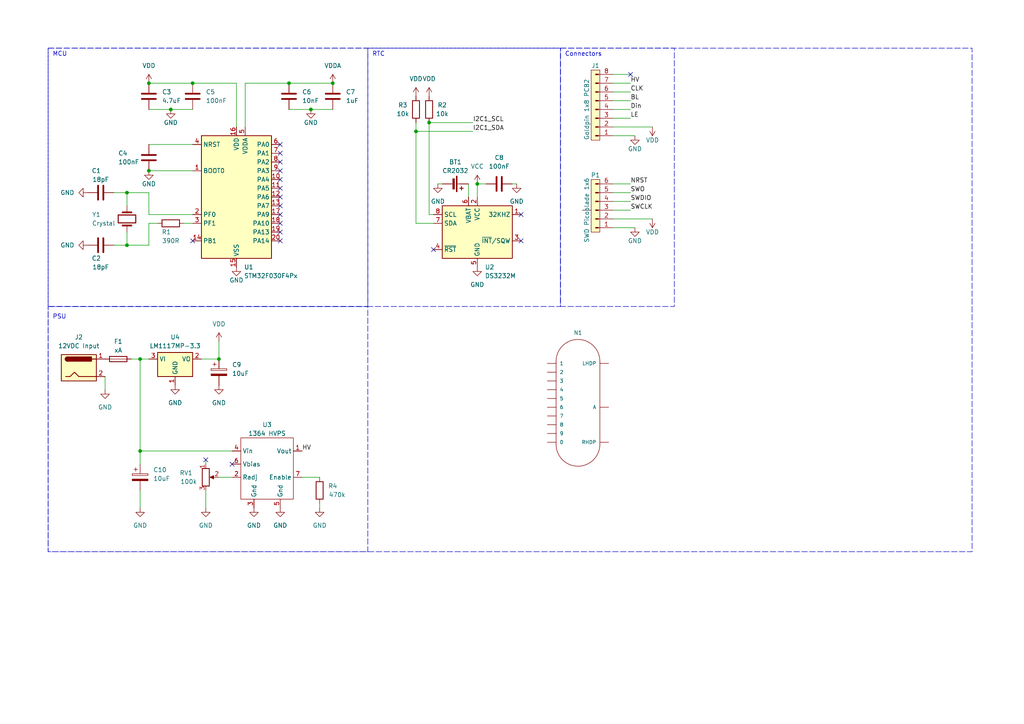
<source format=kicad_sch>
(kicad_sch (version 20230121) (generator eeschema)
  (paper "A4")
  (lib_symbols
    (symbol "Connector:Barrel_Jack" (pin_names (offset 1.016))
      (property "Reference" "J" (at 0 5.334 0))
      (property "Value" "Barrel_Jack" (at 0 -5.08 0))
      (symbol "Barrel_Jack_0_1"
        (rectangle (start -5.08 3.81) (end 5.08 -3.81) (stroke (width 0.254)) (fill (type background)))
        (arc (start -3.302 3.175) (mid -3.9343 2.54) (end -3.302 1.905) (stroke (width 0.254)))
        (arc (start -3.302 3.175) (mid -3.9343 2.54) (end -3.302 1.905) (stroke (width 0.254)) (fill (type outline)))
        (polyline (pts (xy 5.08 2.54) (xy 3.81 2.54)) (stroke (width 0.254)))
        (polyline (pts (xy -3.81 -2.54) (xy -2.54 -2.54) (xy -1.27 -1.27) (xy 0 -2.54) (xy 2.54 -2.54) (xy 5.08 -2.54)) (stroke (width 0.254)))
        (rectangle (start 3.683 3.175) (end -3.302 1.905) (stroke (width 0.254)) (fill (type outline)))
      )
      (symbol "Barrel_Jack_1_1"
        (pin passive line (at 7.62 2.54 180) (length 2.54) (name "~") (number "1"))
        (pin passive line (at 7.62 -2.54 180) (length 2.54) (name "~") (number "2"))
      )
    )
    (symbol "Connector:Conn_01x06_Pin" (pin_names (offset 1.016) hide)
      (property "Reference" "P1" (at 0 8.89 90))
      (property "Value" "SWD Picoblade 1x6" (at -2.54 -1.27 90))
      (symbol "Conn_01x06_Pin_1_1"
        (rectangle (start -3.81 0) (end -1.27 0))
        (rectangle (start -1.27 6.35) (end 1.27 -8.89) (fill (type background)))
        (polyline (pts (xy 1.27 -7.62) (xy 0.8636 -7.62)) (stroke (width 0.1524)))
        (polyline (pts (xy 1.27 -5.08) (xy 0.8636 -5.08)) (stroke (width 0.1524)))
        (polyline (pts (xy 1.27 -2.54) (xy 0.8636 -2.54)) (stroke (width 0.1524)))
        (polyline (pts (xy 1.27 0) (xy 0.8636 0)) (stroke (width 0.1524)))
        (polyline (pts (xy 1.27 2.54) (xy 0.8636 2.54)) (stroke (width 0.1524)))
        (polyline (pts (xy 1.27 5.08) (xy 0.8636 5.08)) (stroke (width 0.1524)))
        (rectangle (start 0.8636 -7.493) (end 0 -7.747) (stroke (width 0.1524)) (fill (type outline)))
        (rectangle (start 0.8636 -4.953) (end 0 -5.207) (stroke (width 0.1524)) (fill (type outline)))
        (rectangle (start 0.8636 -2.413) (end 0 -2.667) (stroke (width 0.1524)) (fill (type outline)))
        (rectangle (start 0.8636 0.127) (end 0 -0.127) (stroke (width 0.1524)) (fill (type outline)))
        (rectangle (start 0.8636 2.667) (end 0 2.413) (stroke (width 0.1524)) (fill (type outline)))
        (rectangle (start 0.8636 5.207) (end 0 4.953) (stroke (width 0.1524)) (fill (type outline)))
        (pin passive line (at 5.08 5.08 180) (length 3.81) (name "Pin_1") (number "1"))
        (pin passive line (at 5.08 2.54 180) (length 3.81) (name "Pin_2") (number "2"))
        (pin passive line (at 5.08 0 180) (length 3.81) (name "Pin_3") (number "3"))
        (pin passive line (at 5.08 -2.54 180) (length 3.81) (name "Pin_4") (number "4"))
        (pin passive line (at 5.08 -5.08 180) (length 3.81) (name "Pin_5") (number "5"))
        (pin passive line (at 5.08 -7.62 180) (length 3.81) (name "Pin_6") (number "6"))
      )
    )
    (symbol "Connector:Conn_01x08_Pin" (pin_names (offset 1.016) hide)
      (property "Reference" "J1" (at -3.175 0.635 0))
      (property "Value" "PCB2" (at -3.175 -1.905 0))
      (symbol "Conn_01x08_Pin_1_1"
        (rectangle (start -1.27 8.89) (end 1.27 -11.43) (fill (type background)))
        (polyline (pts (xy 1.27 -10.16) (xy 0.8636 -10.16)) (stroke (width 0.1524)))
        (polyline (pts (xy 1.27 -7.62) (xy 0.8636 -7.62)) (stroke (width 0.1524)))
        (polyline (pts (xy 1.27 -5.08) (xy 0.8636 -5.08)) (stroke (width 0.1524)))
        (polyline (pts (xy 1.27 -2.54) (xy 0.8636 -2.54)) (stroke (width 0.1524)))
        (polyline (pts (xy 1.27 0) (xy 0.8636 0)) (stroke (width 0.1524)))
        (polyline (pts (xy 1.27 2.54) (xy 0.8636 2.54)) (stroke (width 0.1524)))
        (polyline (pts (xy 1.27 5.08) (xy 0.8636 5.08)) (stroke (width 0.1524)))
        (polyline (pts (xy 1.27 7.62) (xy 0.8636 7.62)) (stroke (width 0.1524)))
        (rectangle (start 0.8636 -10.033) (end 0 -10.287) (stroke (width 0.1524)) (fill (type outline)))
        (rectangle (start 0.8636 -7.493) (end 0 -7.747) (stroke (width 0.1524)) (fill (type outline)))
        (rectangle (start 0.8636 -4.953) (end 0 -5.207) (stroke (width 0.1524)) (fill (type outline)))
        (rectangle (start 0.8636 -2.413) (end 0 -2.667) (stroke (width 0.1524)) (fill (type outline)))
        (rectangle (start 0.8636 0.127) (end 0 -0.127) (stroke (width 0.1524)) (fill (type outline)))
        (rectangle (start 0.8636 2.667) (end 0 2.413) (stroke (width 0.1524)) (fill (type outline)))
        (rectangle (start 0.8636 5.207) (end 0 4.953) (stroke (width 0.1524)) (fill (type outline)))
        (rectangle (start 0.8636 7.747) (end 0 7.493) (stroke (width 0.1524)) (fill (type outline)))
        (pin passive line (at 5.08 7.62 180) (length 3.81) (name "Pin_1") (number "1"))
        (pin passive line (at 5.08 5.08 180) (length 3.81) (name "Pin_2") (number "2"))
        (pin passive line (at 5.08 2.54 180) (length 3.81) (name "Pin_3") (number "3"))
        (pin passive line (at 5.08 0 180) (length 3.81) (name "Pin_4") (number "4"))
        (pin passive line (at 5.08 -2.54 180) (length 3.81) (name "Pin_5") (number "5"))
        (pin passive line (at 5.08 -5.08 180) (length 3.81) (name "Pin_6") (number "6"))
        (pin passive line (at 5.08 -7.62 180) (length 3.81) (name "Pin_7") (number "7"))
        (pin passive line (at 5.08 -10.16 180) (length 3.81) (name "Pin_8") (number "8"))
      )
    )
    (symbol "Device:Battery_Cell" (pin_numbers hide) (pin_names (offset 0) hide)
      (property "Reference" "BT" (at 2.54 2.54 0))
      (property "Value" "Battery_Cell" (at 2.54 0 0))
      (symbol "Battery_Cell_0_1"
        (rectangle (start -2.286 1.778) (end 2.286 1.524) (fill (type outline)))
        (rectangle (start -1.524 1.016) (end 1.524 0.508) (fill (type outline)))
        (polyline (pts (xy 0 0.762) (xy 0 0)))
        (polyline (pts (xy 0 1.778) (xy 0 2.54)))
        (polyline (pts (xy 0.762 3.048) (xy 1.778 3.048)) (stroke (width 0.254)))
        (polyline (pts (xy 1.27 3.556) (xy 1.27 2.54)) (stroke (width 0.254)))
      )
      (symbol "Battery_Cell_1_1"
        (pin passive line (at 0 5.08 270) (length 2.54) (name "+") (number "1"))
        (pin passive line (at 0 -2.54 90) (length 2.54) (name "-") (number "2"))
      )
    )
    (symbol "Device:C" (pin_numbers hide) (pin_names (offset 0.254))
      (property "Reference" "C" (at 0.635 2.54 0))
      (property "Value" "C" (at 0.635 -2.54 0))
      (symbol "C_0_1"
        (polyline (pts (xy -2.032 -0.762) (xy 2.032 -0.762)) (stroke (width 0.508)))
        (polyline (pts (xy -2.032 0.762) (xy 2.032 0.762)) (stroke (width 0.508)))
      )
      (symbol "C_1_1"
        (pin passive line (at 0 3.81 270) (length 2.794) (name "~") (number "1"))
        (pin passive line (at 0 -3.81 90) (length 2.794) (name "~") (number "2"))
      )
    )
    (symbol "Device:C_Polarized" (pin_numbers hide) (pin_names (offset 0.254))
      (property "Reference" "C" (at 0.635 2.54 0))
      (property "Value" "C_Polarized" (at 0.635 -2.54 0))
      (symbol "C_Polarized_0_1"
        (rectangle (start -2.286 0.508) (end 2.286 1.016))
        (polyline (pts (xy -1.778 2.286) (xy -0.762 2.286)))
        (polyline (pts (xy -1.27 2.794) (xy -1.27 1.778)))
        (rectangle (start 2.286 -0.508) (end -2.286 -1.016) (fill (type outline)))
      )
      (symbol "C_Polarized_1_1"
        (pin passive line (at 0 3.81 270) (length 2.794) (name "~") (number "1"))
        (pin passive line (at 0 -3.81 90) (length 2.794) (name "~") (number "2"))
      )
    )
    (symbol "Device:Crystal" (pin_numbers hide) (pin_names (offset 1.016) hide)
      (property "Reference" "Y" (at 0 3.81 0))
      (property "Value" "Crystal" (at 0 -3.81 0))
      (symbol "Crystal_0_1"
        (rectangle (start -1.143 2.54) (end 1.143 -2.54) (stroke (width 0.3048)))
        (polyline (pts (xy -2.54 0) (xy -1.905 0)))
        (polyline (pts (xy -1.905 -1.27) (xy -1.905 1.27)) (stroke (width 0.508)))
        (polyline (pts (xy 1.905 -1.27) (xy 1.905 1.27)) (stroke (width 0.508)))
        (polyline (pts (xy 2.54 0) (xy 1.905 0)))
      )
      (symbol "Crystal_1_1"
        (pin passive line (at -3.81 0 0) (length 1.27) (name "1") (number "1"))
        (pin passive line (at 3.81 0 180) (length 1.27) (name "2") (number "2"))
      )
    )
    (symbol "Device:Fuse" (pin_numbers hide) (pin_names (offset 0))
      (property "Reference" "F" (at 2.032 0 90))
      (property "Value" "Fuse" (at -1.905 0 90))
      (symbol "Fuse_0_1"
        (rectangle (start -0.762 -2.54) (end 0.762 2.54) (stroke (width 0.254)))
        (polyline (pts (xy 0 2.54) (xy 0 -2.54)))
      )
      (symbol "Fuse_1_1"
        (pin passive line (at 0 3.81 270) (length 1.27) (name "~") (number "1"))
        (pin passive line (at 0 -3.81 90) (length 1.27) (name "~") (number "2"))
      )
    )
    (symbol "Device:R" (pin_numbers hide) (pin_names (offset 0))
      (property "Reference" "R" (at 2.032 0 90))
      (property "Value" "R" (at 0 0 90))
      (symbol "R_0_1"
        (rectangle (start -1.016 -2.54) (end 1.016 2.54) (stroke (width 0.254)))
      )
      (symbol "R_1_1"
        (pin passive line (at 0 3.81 270) (length 1.27) (name "~") (number "1"))
        (pin passive line (at 0 -3.81 90) (length 1.27) (name "~") (number "2"))
      )
    )
    (symbol "Device:R_Potentiometer" (pin_names (offset 1.016) hide)
      (property "Reference" "RV" (at -4.445 0 90))
      (property "Value" "R_Potentiometer" (at -2.54 0 90))
      (symbol "R_Potentiometer_0_1"
        (polyline (pts (xy 2.54 0) (xy 1.524 0)))
        (polyline (pts (xy 1.143 0) (xy 2.286 0.508) (xy 2.286 -0.508) (xy 1.143 0)) (fill (type outline)))
        (rectangle (start 1.016 2.54) (end -1.016 -2.54) (stroke (width 0.254)))
      )
      (symbol "R_Potentiometer_1_1"
        (pin passive line (at 0 3.81 270) (length 1.27) (name "1") (number "1"))
        (pin passive line (at 3.81 0 180) (length 1.27) (name "2") (number "2"))
        (pin passive line (at 0 -3.81 90) (length 1.27) (name "3") (number "3"))
      )
    )
    (symbol "MCU_ST_STM32F0:STM32F030F4Px"
      (property "Reference" "U1" (at 2.1941 -20.32 0))
      (property "Value" "STM32F030F4Px" (at 2.1941 -22.86 0))
      (symbol "STM32F030F4Px_0_1"
        (rectangle (start -10.16 17.78) (end 10.16 -17.78) (stroke (width 0.254)) (fill (type background)))
      )
      (symbol "STM32F030F4Px_1_1"
        (pin input line (at -12.7 7.62 0) (length 2.54) (name "BOOT0") (number "1"))
        (pin bidirectional line (at 12.7 5.08 180) (length 2.54) (name "PA4") (number "10"))
        (pin bidirectional line (at 12.7 2.54 180) (length 2.54) (name "PA5") (number "11"))
        (pin bidirectional line (at 12.7 0 180) (length 2.54) (name "PA6") (number "12"))
        (pin bidirectional line (at 12.7 -2.54 180) (length 2.54) (name "PA7") (number "13"))
        (pin bidirectional line (at -12.7 -12.7 0) (length 2.54) (name "PB1") (number "14"))
        (pin power_in line (at 0 -20.32 90) (length 2.54) (name "VSS") (number "15"))
        (pin power_in line (at 0 20.32 270) (length 2.54) (name "VDD") (number "16"))
        (pin bidirectional line (at 12.7 -5.08 180) (length 2.54) (name "PA9") (number "17"))
        (pin bidirectional line (at 12.7 -7.62 180) (length 2.54) (name "PA10") (number "18"))
        (pin bidirectional line (at 12.7 -10.16 180) (length 2.54) (name "PA13") (number "19"))
        (pin bidirectional line (at -12.7 -5.08 0) (length 2.54) (name "PF0") (number "2"))
        (pin bidirectional line (at 12.7 -12.7 180) (length 2.54) (name "PA14") (number "20"))
        (pin bidirectional line (at -12.7 -7.62 0) (length 2.54) (name "PF1") (number "3"))
        (pin input line (at -12.7 15.24 0) (length 2.54) (name "NRST") (number "4"))
        (pin power_in line (at 2.54 20.32 270) (length 2.54) (name "VDDA") (number "5"))
        (pin bidirectional line (at 12.7 15.24 180) (length 2.54) (name "PA0") (number "6"))
        (pin bidirectional line (at 12.7 12.7 180) (length 2.54) (name "PA1") (number "7"))
        (pin bidirectional line (at 12.7 10.16 180) (length 2.54) (name "PA2") (number "8"))
        (pin bidirectional line (at 12.7 7.62 180) (length 2.54) (name "PA3") (number "9"))
      )
    )
    (symbol "NIXIE:1364_HVPS"
      (property "Reference" "U" (at 0 17.78 0))
      (symbol "1364_HVPS_0_1"
        (rectangle (start -7.62 7.62) (end 7.62 -10.16))
      )
      (symbol "1364_HVPS_1_1"
        (pin power_out line (at 10.16 3.81 180) (length 2.54) (name "Vout") (number "1"))
        (pin input line (at -10.16 -3.81 0) (length 2.54) (name "Radj") (number "2"))
        (pin power_in line (at -3.81 -12.7 90) (length 2.54) (name "Gnd") (number "3"))
        (pin power_in line (at -10.16 3.81 0) (length 2.54) (name "Vin") (number "4"))
        (pin power_in line (at 3.81 -12.7 90) (length 2.54) (name "Gnd") (number "5"))
        (pin input line (at -10.16 0 0) (length 2.54) (name "Vbias") (number "6"))
        (pin input line (at 10.16 -3.81 180) (length 2.54) (name "Enable") (number "7"))
      )
    )
    (symbol "Regulator_Linear:LM1117MP-3.3"
      (property "Reference" "U" (at -3.81 3.175 0))
      (property "Value" "LM1117MP-3.3" (at 0 3.175 0))
      (symbol "LM1117MP-3.3_0_1"
        (rectangle (start -5.08 -5.08) (end 5.08 1.905) (stroke (width 0.254)) (fill (type background)))
      )
      (symbol "LM1117MP-3.3_1_1"
        (pin power_in line (at 0 -7.62 90) (length 2.54) (name "GND") (number "1"))
        (pin power_out line (at 7.62 0 180) (length 2.54) (name "VO") (number "2"))
        (pin power_in line (at -7.62 0 0) (length 2.54) (name "VI") (number "3"))
      )
    )
    (symbol "Timer_RTC:DS3232M"
      (property "Reference" "U" (at -7.62 8.89 0))
      (property "Value" "DS3232M" (at 10.16 8.89 0))
      (symbol "DS3232M_0_1"
        (rectangle (start -10.16 7.62) (end 10.16 -7.62) (stroke (width 0.254)) (fill (type background)))
      )
      (symbol "DS3232M_1_1"
        (pin output line (at 12.7 5.08 180) (length 2.54) (name "32KHZ") (number "1"))
        (pin power_in line (at 0 10.16 270) (length 2.54) (name "VCC") (number "2"))
        (pin open_collector line (at 12.7 -2.54 180) (length 2.54) (name "~{INT}/SQW") (number "3"))
        (pin bidirectional line (at -12.7 -5.08 0) (length 2.54) (name "~{RST}") (number "4"))
        (pin power_in line (at 0 -10.16 90) (length 2.54) (name "GND") (number "5"))
        (pin power_in line (at -2.54 10.16 270) (length 2.54) (name "VBAT") (number "6"))
        (pin bidirectional line (at -12.7 2.54 0) (length 2.54) (name "SDA") (number "7"))
        (pin input line (at -12.7 5.08 0) (length 2.54) (name "SCL") (number "8"))
      )
    )
    (symbol "nixies-us:IN-14" (pin_numbers hide) (pin_names (offset 1.016))
      (property "Reference" "N" (at -2.54 18.415 0))
      (symbol "IN-14_1_0"
        (polyline (pts (xy -5.08 -13.335) (xy -5.08 10.795)))
        (polyline (pts (xy 7.62 -13.335) (xy 7.62 10.795)))
      )
      (symbol "IN-14_1_1"
        (arc (start -5.08 -13.335) (mid 1.27 -19.6574) (end 7.62 -13.335))
        (arc (start 7.62 10.795) (mid 1.27 17.1174) (end -5.08 10.795))
        (pin bidirectional line (at -7.62 -12.7 0) (length 2.54) (name "0") (number "0"))
        (pin bidirectional line (at -7.62 10.16 0) (length 2.54) (name "1") (number "1"))
        (pin bidirectional line (at -7.62 7.62 0) (length 2.54) (name "2") (number "2"))
        (pin bidirectional line (at -7.62 5.08 0) (length 2.54) (name "3") (number "3"))
        (pin bidirectional line (at -7.62 2.54 0) (length 2.54) (name "4") (number "4"))
        (pin bidirectional line (at -7.62 0 0) (length 2.54) (name "5") (number "5"))
        (pin bidirectional line (at -7.62 -2.54 0) (length 2.54) (name "6") (number "6"))
        (pin bidirectional line (at -7.62 -5.08 0) (length 2.54) (name "7") (number "7"))
        (pin bidirectional line (at -7.62 -7.62 0) (length 2.54) (name "8") (number "8"))
        (pin bidirectional line (at -7.62 -10.16 0) (length 2.54) (name "9") (number "9"))
        (pin bidirectional line (at 10.16 -2.54 180) (length 2.54) (name "A") (number "A"))
        (pin bidirectional line (at 10.16 10.16 180) (length 2.54) (name "LHDP") (number "LHDP"))
        (pin bidirectional line (at 10.16 -12.7 180) (length 2.54) (name "RHDP") (number "RHDP"))
      )
    )
    (symbol "power:GND" (power) (pin_names (offset 0))
      (property "Value" "GND" (at 0 -3.81 0))
      (symbol "GND_0_1"
        (polyline (pts (xy 0 0) (xy 0 -1.27) (xy 1.27 -1.27) (xy 0 -2.54) (xy -1.27 -1.27) (xy 0 -1.27)))
      )
      (symbol "GND_1_1"
        (pin power_in line (at 0 0 270) (length 0) hide (name "GND") (number "1"))
      )
    )
    (symbol "power:VCC" (power) (pin_names (offset 0))
      (property "Value" "VCC" (at 0 3.81 0))
      (symbol "VCC_0_1"
        (polyline (pts (xy -0.762 1.27) (xy 0 2.54)))
        (polyline (pts (xy 0 0) (xy 0 2.54)))
        (polyline (pts (xy 0 2.54) (xy 0.762 1.27)))
      )
      (symbol "VCC_1_1"
        (pin power_in line (at 0 0 90) (length 0) hide (name "VCC") (number "1"))
      )
    )
    (symbol "power:VDD" (power) (pin_names (offset 0))
      (property "Value" "VDD" (at 0 3.81 0))
      (symbol "VDD_0_1"
        (polyline (pts (xy -0.762 1.27) (xy 0 2.54)))
        (polyline (pts (xy 0 0) (xy 0 2.54)))
        (polyline (pts (xy 0 2.54) (xy 0.762 1.27)))
      )
      (symbol "VDD_1_1"
        (pin power_in line (at 0 0 90) (length 0) hide (name "VDD") (number "1"))
      )
    )
    (symbol "power:VDDA" (power) (pin_names (offset 0))
      (property "Value" "VDDA" (at 0 3.81 0))
      (symbol "VDDA_0_1"
        (polyline (pts (xy -0.762 1.27) (xy 0 2.54)))
        (polyline (pts (xy 0 0) (xy 0 2.54)))
        (polyline (pts (xy 0 2.54) (xy 0.762 1.27)))
      )
      (symbol "VDDA_1_1"
        (pin power_in line (at 0 0 90) (length 0) hide (name "VDDA") (number "1"))
      )
    )
  )
  (junction (at 36.83 55.88))
  (junction (at 40.64 104.14))
  (junction (at 83.82 24.13))
  (junction (at 36.83 71.12))
  (junction (at 43.18 24.13))
  (junction (at 40.64 130.81))
  (junction (at 43.18 49.53))
  (junction (at 63.5 104.14))
  (junction (at 49.53 31.75))
  (junction (at 96.52 24.13))
  (junction (at 124.46 35.56))
  (junction (at 138.43 53.34))
  (junction (at 90.17 31.75))
  (junction (at 55.88 24.13))
  (junction (at 120.65 38.1))
  (no_connect (at 67.31 134.62))
  (no_connect (at 81.28 67.31))
  (no_connect (at 125.73 72.39))
  (no_connect (at 81.28 52.07))
  (no_connect (at 182.88 21.59))
  (no_connect (at 151.13 62.23))
  (no_connect (at 151.13 69.85))
  (no_connect (at 81.28 46.99))
  (no_connect (at 81.28 41.91))
  (no_connect (at 81.28 62.23))
  (no_connect (at 81.28 59.69))
  (no_connect (at 81.28 57.15))
  (no_connect (at 81.28 49.53))
  (no_connect (at 81.28 64.77))
  (no_connect (at 81.28 44.45))
  (no_connect (at 81.28 69.85))
  (no_connect (at 55.88 69.85))
  (no_connect (at 59.69 133.35))
  (no_connect (at 81.28 54.61))
  (wire (pts (xy 177.8 53.34) (xy 182.88 53.34)))
  (wire (pts (xy 40.64 130.81) (xy 67.31 130.81)))
  (wire (pts (xy 43.18 49.53) (xy 55.88 49.53)))
  (wire (pts (xy 59.69 142.24) (xy 59.69 147.32)))
  (wire (pts (xy 182.88 29.21) (xy 177.8 29.21)))
  (wire (pts (xy 53.34 64.77) (xy 55.88 64.77)))
  (wire (pts (xy 33.02 71.12) (xy 36.83 71.12)))
  (wire (pts (xy 40.64 142.24) (xy 40.64 147.32)))
  (wire (pts (xy 120.65 64.77) (xy 120.65 38.1)))
  (wire (pts (xy 83.82 31.75) (xy 90.17 31.75)))
  (wire (pts (xy 177.8 58.42) (xy 182.88 58.42)))
  (wire (pts (xy 120.65 38.1) (xy 137.16 38.1)))
  (wire (pts (xy 182.88 24.13) (xy 177.8 24.13)))
  (wire (pts (xy 138.43 53.34) (xy 138.43 57.15)))
  (wire (pts (xy 135.89 53.34) (xy 135.89 57.15)))
  (wire (pts (xy 38.1 104.14) (xy 40.64 104.14)))
  (wire (pts (xy 58.42 104.14) (xy 63.5 104.14)))
  (wire (pts (xy 43.18 41.91) (xy 55.88 41.91)))
  (wire (pts (xy 177.8 66.04) (xy 184.15 66.04)))
  (wire (pts (xy 43.18 71.12) (xy 43.18 64.77)))
  (wire (pts (xy 124.46 35.56) (xy 137.16 35.56)))
  (wire (pts (xy 177.8 55.88) (xy 182.88 55.88)))
  (wire (pts (xy 43.18 31.75) (xy 49.53 31.75)))
  (wire (pts (xy 127 53.34) (xy 128.27 53.34)))
  (wire (pts (xy 71.12 24.13) (xy 83.82 24.13)))
  (wire (pts (xy 83.82 24.13) (xy 96.52 24.13)))
  (wire (pts (xy 36.83 55.88) (xy 36.83 59.69)))
  (wire (pts (xy 182.88 21.59) (xy 177.8 21.59)))
  (wire (pts (xy 124.46 62.23) (xy 125.73 62.23)))
  (wire (pts (xy 63.5 138.43) (xy 67.31 138.43)))
  (wire (pts (xy 182.88 34.29) (xy 177.8 34.29)))
  (wire (pts (xy 177.8 39.37) (xy 184.15 39.37)))
  (wire (pts (xy 43.18 24.13) (xy 55.88 24.13)))
  (wire (pts (xy 71.12 36.83) (xy 71.12 24.13)))
  (wire (pts (xy 177.8 60.96) (xy 182.88 60.96)))
  (wire (pts (xy 55.88 24.13) (xy 68.58 24.13)))
  (wire (pts (xy 63.5 99.06) (xy 63.5 104.14)))
  (wire (pts (xy 40.64 130.81) (xy 40.64 134.62)))
  (wire (pts (xy 30.48 113.03) (xy 30.48 109.22)))
  (wire (pts (xy 43.18 62.23) (xy 43.18 55.88)))
  (wire (pts (xy 36.83 67.31) (xy 36.83 71.12)))
  (wire (pts (xy 92.71 146.05) (xy 92.71 147.32)))
  (wire (pts (xy 90.17 31.75) (xy 96.52 31.75)))
  (wire (pts (xy 182.88 31.75) (xy 177.8 31.75)))
  (wire (pts (xy 177.8 63.5) (xy 189.23 63.5)))
  (wire (pts (xy 36.83 71.12) (xy 43.18 71.12)))
  (wire (pts (xy 36.83 55.88) (xy 43.18 55.88)))
  (wire (pts (xy 177.8 36.83) (xy 189.23 36.83)))
  (wire (pts (xy 49.53 31.75) (xy 55.88 31.75)))
  (wire (pts (xy 149.86 53.34) (xy 148.59 53.34)))
  (wire (pts (xy 120.65 64.77) (xy 125.73 64.77)))
  (wire (pts (xy 140.97 53.34) (xy 138.43 53.34)))
  (wire (pts (xy 87.63 138.43) (xy 92.71 138.43)))
  (wire (pts (xy 59.69 133.35) (xy 59.69 134.62)))
  (wire (pts (xy 182.88 26.67) (xy 177.8 26.67)))
  (wire (pts (xy 43.18 64.77) (xy 45.72 64.77)))
  (wire (pts (xy 40.64 104.14) (xy 40.64 130.81)))
  (wire (pts (xy 124.46 35.56) (xy 124.46 62.23)))
  (wire (pts (xy 43.18 104.14) (xy 40.64 104.14)))
  (wire (pts (xy 33.02 55.88) (xy 36.83 55.88)))
  (wire (pts (xy 68.58 24.13) (xy 68.58 36.83)))
  (wire (pts (xy 43.18 62.23) (xy 55.88 62.23)))
  (wire (pts (xy 120.65 38.1) (xy 120.65 35.56)))
  (rectangle (start 162.56 13.97) (end 195.58 88.9) (stroke (width 0) (type dash)))
  (rectangle (start 13.97 88.9) (end 106.68 160.02) (stroke (width 0) (type dash)))
  (rectangle (start 106.68 13.97) (end 162.56 88.9) (stroke (width 0) (type dash)))
  (rectangle (start 13.97 13.97) (end 281.94 160.02) (stroke (width 0) (type dash)))
  (rectangle (start 195.58 17.78) (end 195.58 17.78))
  (rectangle (start 13.97 13.97) (end 106.68 88.9) (stroke (width 0) (type dash)))
  (text "MCU" (at 15.24 16.51 0) (effects (font (size 1.27 1.27)) (justify left bottom)))
  (text "RTC" (at 107.95 16.51 0) (effects (font (size 1.27 1.27)) (justify left bottom)))
  (text "Connectors\n" (at 163.83 16.51 0) (effects (font (size 1.27 1.27)) (justify left bottom)))
  (text "PSU" (at 15.24 92.71 0) (effects (font (size 1.27 1.27)) (justify left bottom)))
  (label "I2C1_SDA" (at 137.16 38.1 0))
  (label "SWO" (at 182.88 55.88 0))
  (label "SWCLK" (at 182.88 60.96 0))
  (label "NRST" (at 182.88 53.34 0))
  (label "BL" (at 182.88 29.21 0))
  (label "LE" (at 182.88 34.29 0))
  (label "SWDIO" (at 182.88 58.42 0))
  (label "I2C1_SCL" (at 137.16 35.56 0))
  (label "HV" (at 182.88 24.13 0))
  (label "HV" (at 87.63 130.81 0))
  (label "CLK" (at 182.88 26.67 0))
  (label "Din" (at 182.88 31.75 0))
  (symbol (lib_id "NIXIE:1364_HVPS") (at 77.47 134.62 0) (unit 1)
    (property "Reference" "U3" (at 77.47 123.19 0))
    (property "Value" "1364 HVPS" (at 77.47 125.73 0))
    (property "Footprint" "HVPS:1364 HVPS horizontal" (effects hide))
  )
  (symbol (lib_id "Connector:Conn_01x06_Pin") (at 172.72 60.96 0) (mirror x) (unit 1)
    (property "Reference" "P1" (at 172.72 50.8 0))
    (property "Value" "SWD Picoblade 1x6" (at 170.18 60.96 90))
    (property "Footprint" "Connector_Molex:Molex_PicoBlade_53047-0610_1x06_P1.25mm_Vertical" (effects hide))
  )
  (symbol (lib_id "power:GND") (at 184.15 39.37 0) (mirror y) (unit 1)
    (property "Reference" "#PWR013" (effects hide))
    (property "Value" "GND" (at 184.15 43.18 0))
  )
  (symbol (lib_id "Device:C") (at 29.21 71.12 90) (unit 1)
    (property "Reference" "C2" (at 27.94 74.93 90))
    (property "Value" "18pF" (at 29.21 77.47 90))
    (property "Footprint" "Capacitor_SMD:C_0603_1608Metric_Pad1.08x0.95mm_HandSolder" (effects hide))
  )
  (symbol (lib_id "Connector:Conn_01x08_Pin") (at 172.72 31.75 0) (mirror x) (unit 1)
    (property "Reference" "J1" (at 172.72 19.05 0))
    (property "Value" "Goldpin 1x8 PCB2" (at 170.18 31.75 90))
    (property "Footprint" "Connector_PinHeader_2.54mm:PinHeader_1x08_P2.54mm_Vertical" (effects hide))
  )
  (symbol (lib_id "power:GND") (at 149.86 53.34 0) (unit 1)
    (property "Reference" "#PWR010" (effects hide))
    (property "Value" "GND" (at 149.86 58.42 0))
  )
  (symbol (lib_id "power:VDDA") (at 96.52 24.13 0) (unit 1)
    (property "Reference" "#PWR08" (effects hide))
    (property "Value" "VDDA" (at 96.52 19.05 0))
  )
  (symbol (lib_id "power:GND") (at 92.71 147.32 0) (unit 1)
    (property "Reference" "#PWR025" (effects hide))
    (property "Value" "GND" (at 92.71 152.4 0))
  )
  (symbol (lib_id "power:GND") (at 59.69 147.32 0) (unit 1)
    (property "Reference" "#PWR022" (effects hide))
    (property "Value" "GND" (at 59.69 152.4 0))
  )
  (symbol (lib_id "Device:C_Polarized") (at 40.64 138.43 0) (unit 1)
    (property "Reference" "C10" (at 44.45 136.271 0) (effects (justify left)))
    (property "Value" "10uF" (at 44.45 138.811 0) (effects (justify left)))
    (property "Footprint" "Capacitor_Tantalum_SMD:CP_EIA-6032-15_Kemet-U_Pad2.25x2.35mm_HandSolder" (effects hide))
  )
  (symbol (lib_id "power:VDD") (at 43.18 24.13 0) (unit 1)
    (property "Reference" "#PWR03" (effects hide))
    (property "Value" "VDD" (at 43.18 19.05 0))
  )
  (symbol (lib_id "Device:C") (at 43.18 27.94 0) (unit 1)
    (property "Reference" "C3" (at 46.99 26.67 0) (effects (justify left)))
    (property "Value" "4.7uF" (at 46.99 29.21 0) (effects (justify left)))
    (property "Footprint" "Capacitor_SMD:C_0603_1608Metric_Pad1.08x0.95mm_HandSolder" (effects hide))
  )
  (symbol (lib_id "Device:C_Polarized") (at 63.5 107.95 0) (unit 1)
    (property "Reference" "C9" (at 67.31 105.791 0) (effects (justify left)))
    (property "Value" "10uF" (at 67.31 108.331 0) (effects (justify left)))
    (property "Footprint" "Capacitor_Tantalum_SMD:CP_EIA-6032-15_Kemet-U_Pad2.25x2.35mm_HandSolder" (effects hide))
  )
  (symbol (lib_id "Connector:Barrel_Jack") (at 22.86 106.68 0) (unit 1)
    (property "Reference" "J2" (at 22.86 97.79 0))
    (property "Value" "12VDC Input" (at 22.86 100.33 0))
  )
  (symbol (lib_id "power:VDD") (at 124.46 27.94 0) (unit 1)
    (property "Reference" "#PWR016" (effects hide))
    (property "Value" "VDD" (at 124.46 22.86 0))
  )
  (symbol (lib_id "Device:C") (at 96.52 27.94 0) (unit 1)
    (property "Reference" "C7" (at 100.33 26.67 0) (effects (justify left)))
    (property "Value" "1uF" (at 100.33 29.21 0) (effects (justify left)))
    (property "Footprint" "Capacitor_SMD:C_0603_1608Metric_Pad1.08x0.95mm_HandSolder" (effects hide))
  )
  (symbol (lib_id "power:GND") (at 25.4 55.88 270) (unit 1)
    (property "Reference" "#PWR01" (effects hide))
    (property "Value" "GND" (at 21.59 55.88 90) (effects (justify right)))
  )
  (symbol (lib_id "power:GND") (at 43.18 49.53 0) (unit 1)
    (property "Reference" "#PWR04" (effects hide))
    (property "Value" "GND" (at 43.18 53.34 0))
  )
  (symbol (lib_id "power:VDD") (at 189.23 36.83 180) (unit 1)
    (property "Reference" "#PWR014" (effects hide))
    (property "Value" "VDD" (at 189.23 40.64 0))
  )
  (symbol (lib_id "Device:Crystal") (at 36.83 63.5 270) (unit 1)
    (property "Reference" "Y1" (at 26.67 62.23 90) (effects (justify left)))
    (property "Value" "Crystal" (at 26.67 64.77 90) (effects (justify left)))
  )
  (symbol (lib_id "power:GND") (at 50.8 111.76 0) (unit 1)
    (property "Reference" "#PWR019" (effects hide))
    (property "Value" "GND" (at 50.8 116.84 0))
  )
  (symbol (lib_id "Device:C") (at 83.82 27.94 0) (unit 1)
    (property "Reference" "C6" (at 87.63 26.67 0) (effects (justify left)))
    (property "Value" "10nF" (at 87.63 29.21 0) (effects (justify left)))
    (property "Footprint" "Capacitor_SMD:C_0603_1608Metric_Pad1.08x0.95mm_HandSolder" (effects hide))
  )
  (symbol (lib_id "Device:R_Potentiometer") (at 59.69 138.43 0) (unit 1)
    (property "Reference" "RV1" (at 55.88 137.16 0) (effects (justify right)))
    (property "Value" "100k" (at 57.15 139.7 0) (effects (justify right)))
  )
  (symbol (lib_id "Device:Battery_Cell") (at 130.81 53.34 270) (unit 1)
    (property "Reference" "BT1" (at 132.08 46.99 90))
    (property "Value" "CR2032" (at 132.08 49.53 90))
    (property "Footprint" "Battery:BatteryHolder_Keystone_103_1x20mm" (effects hide))
  )
  (symbol (lib_id "Device:C") (at 144.78 53.34 90) (unit 1)
    (property "Reference" "C8" (at 144.78 45.72 90))
    (property "Value" "100nF" (at 144.78 48.26 90))
    (property "Footprint" "Capacitor_SMD:C_0603_1608Metric_Pad1.08x0.95mm_HandSolder" (effects hide))
  )
  (symbol (lib_id "Device:C") (at 55.88 27.94 0) (unit 1)
    (property "Reference" "C5" (at 59.69 26.67 0) (effects (justify left)))
    (property "Value" "100nF" (at 59.69 29.21 0) (effects (justify left)))
    (property "Footprint" "Capacitor_SMD:C_0603_1608Metric_Pad1.08x0.95mm_HandSolder" (effects hide))
  )
  (symbol (lib_id "power:GND") (at 40.64 147.32 0) (unit 1)
    (property "Reference" "#PWR026" (effects hide))
    (property "Value" "GND" (at 40.64 152.4 0))
  )
  (symbol (lib_id "power:GND") (at 184.15 66.04 0) (mirror y) (unit 1)
    (property "Reference" "#PWR017" (effects hide))
    (property "Value" "GND" (at 184.15 69.85 0))
  )
  (symbol (lib_id "power:GND") (at 63.5 111.76 0) (unit 1)
    (property "Reference" "#PWR023" (effects hide))
    (property "Value" "GND" (at 63.5 116.84 0))
  )
  (symbol (lib_id "power:GND") (at 25.4 71.12 270) (unit 1)
    (property "Reference" "#PWR02" (effects hide))
    (property "Value" "GND" (at 21.59 71.12 90) (effects (justify right)))
  )
  (symbol (lib_id "power:GND") (at 81.28 147.32 0) (unit 1)
    (property "Reference" "#PWR020" (effects hide))
    (property "Value" "GND" (at 81.28 152.4 0))
  )
  (symbol (lib_id "power:GND") (at 30.48 113.03 0) (unit 1)
    (property "Reference" "#PWR027" (effects hide))
    (property "Value" "GND" (at 30.48 118.11 0))
  )
  (symbol (lib_id "Device:R") (at 124.46 31.75 180) (unit 1)
    (property "Reference" "R2" (at 128.27 30.48 0))
    (property "Value" "10k" (at 128.27 33.02 0))
    (property "Footprint" "Capacitor_SMD:C_0603_1608Metric_Pad1.08x0.95mm_HandSolder" (effects hide))
  )
  (symbol (lib_id "Device:C") (at 29.21 55.88 90) (unit 1)
    (property "Reference" "C1" (at 27.94 49.53 90))
    (property "Value" "18pF" (at 29.21 52.07 90))
    (property "Footprint" "Capacitor_SMD:C_0603_1608Metric_Pad1.08x0.95mm_HandSolder" (effects hide))
  )
  (symbol (lib_id "power:VDD") (at 120.65 27.94 0) (unit 1)
    (property "Reference" "#PWR015" (effects hide))
    (property "Value" "VDD" (at 120.65 22.86 0))
  )
  (symbol (lib_id "power:GND") (at 127 53.34 0) (unit 1)
    (property "Reference" "#PWR012" (effects hide))
    (property "Value" "GND" (at 127 58.42 0))
  )
  (symbol (lib_id "Device:Fuse") (at 34.29 104.14 90) (unit 1)
    (property "Reference" "F1" (at 34.29 99.06 90))
    (property "Value" "xA" (at 34.29 101.6 90))
  )
  (symbol (lib_id "power:VDD") (at 63.5 99.06 0) (unit 1)
    (property "Reference" "#PWR024" (effects hide))
    (property "Value" "VDD" (at 63.5 93.98 0))
  )
  (symbol (lib_id "MCU_ST_STM32F0:STM32F030F4Px") (at 68.58 57.15 0) (unit 1)
    (property "Reference" "U1" (at 70.7741 77.47 0) (effects (justify left)))
    (property "Value" "STM32F030F4Px" (at 70.7741 80.01 0) (effects (justify left)))
    (property "Footprint" "Package_SO:TSSOP-20_4.4x6.5mm_P0.65mm" (effects hide))
    (property "Datasheet" "https://www.st.com/resource/en/datasheet/stm32f030f4.pdf" (effects hide))
  )
  (symbol (lib_id "nixies-us:IN-14") (at 166.37 115.57 0) (unit 1)
    (property "Reference" "N1" (at 167.64 96.52 0) (effects (font (size 1.143 1.143))))
    (property "Value" "IN-14" (effects hide))
    (property "Footprint" "nixies-us:nixies-us-IN-14" (effects hide))
  )
  (symbol (lib_id "power:GND") (at 68.58 77.47 0) (unit 1)
    (property "Reference" "#PWR06" (effects hide))
    (property "Value" "GND" (at 68.58 81.28 0))
  )
  (symbol (lib_id "power:GND") (at 138.43 77.47 0) (unit 1)
    (property "Reference" "#PWR011" (effects hide))
    (property "Value" "GND" (at 138.43 82.55 0))
  )
  (symbol (lib_id "power:GND") (at 73.66 147.32 0) (unit 1)
    (property "Reference" "#PWR021" (effects hide))
    (property "Value" "GND" (at 73.66 152.4 0))
  )
  (symbol (lib_id "Device:R") (at 120.65 31.75 180) (unit 1)
    (property "Reference" "R3" (at 116.84 30.48 0))
    (property "Value" "10k" (at 116.84 33.02 0))
    (property "Footprint" "Capacitor_SMD:C_0603_1608Metric_Pad1.08x0.95mm_HandSolder" (effects hide))
  )
  (symbol (lib_id "Device:R") (at 92.71 142.24 180) (unit 1)
    (property "Reference" "R4" (at 96.52 140.97 0))
    (property "Value" "470k" (at 97.79 143.51 0))
    (property "Footprint" "Resistor_SMD:R_0603_1608Metric_Pad0.98x0.95mm_HandSolder" (effects hide))
  )
  (symbol (lib_id "power:GND") (at 49.53 31.75 0) (unit 1)
    (property "Reference" "#PWR05" (effects hide))
    (property "Value" "GND" (at 49.53 35.56 0))
  )
  (symbol (lib_id "power:VDD") (at 189.23 63.5 180) (unit 1)
    (property "Reference" "#PWR018" (effects hide))
    (property "Value" "VDD" (at 189.23 67.31 0))
  )
  (symbol (lib_id "Regulator_Linear:LM1117MP-3.3") (at 50.8 104.14 0) (unit 1)
    (property "Reference" "U4" (at 50.8 97.79 0))
    (property "Value" "LM1117MP-3.3" (at 50.8 100.33 0))
    (property "Footprint" "Package_TO_SOT_SMD:SOT-223-3_TabPin2" (effects hide))
    (property "Datasheet" "http://www.ti.com/lit/ds/symlink/lm1117.pdf" (effects hide))
  )
  (symbol (lib_id "Device:R") (at 49.53 64.77 90) (unit 1)
    (property "Reference" "R1" (at 48.26 67.31 90))
    (property "Value" "390R" (at 49.53 69.85 90))
    (property "Footprint" "Resistor_SMD:R_0603_1608Metric_Pad0.98x0.95mm_HandSolder" (effects hide))
  )
  (symbol (lib_id "power:VCC") (at 138.43 53.34 0) (unit 1)
    (property "Reference" "#PWR09" (effects hide))
    (property "Value" "VCC" (at 138.43 48.26 0))
  )
  (symbol (lib_id "Device:C") (at 43.18 45.72 0) (unit 1)
    (property "Reference" "C4" (at 34.29 44.45 0) (effects (justify left)))
    (property "Value" "100nF" (at 34.29 46.99 0) (effects (justify left)))
    (property "Footprint" "Capacitor_SMD:C_0603_1608Metric_Pad1.08x0.95mm_HandSolder" (effects hide))
  )
  (symbol (lib_id "power:GND") (at 90.17 31.75 0) (unit 1)
    (property "Reference" "#PWR07" (effects hide))
    (property "Value" "GND" (at 90.17 35.56 0))
  )
  (symbol (lib_id "Timer_RTC:DS3232M") (at 138.43 67.31 0) (unit 1)
    (property "Reference" "U2" (at 140.6241 77.47 0) (effects (justify left)))
    (property "Value" "DS3232M" (at 140.6241 80.01 0) (effects (justify left)))
    (property "Footprint" "Package_SO:SOIC-8_3.9x4.9mm_P1.27mm" (effects hide))
    (property "Datasheet" "http://datasheets.maximintegrated.com/en/ds/DS3232M.pdf" (effects hide))
  )
)
</source>
